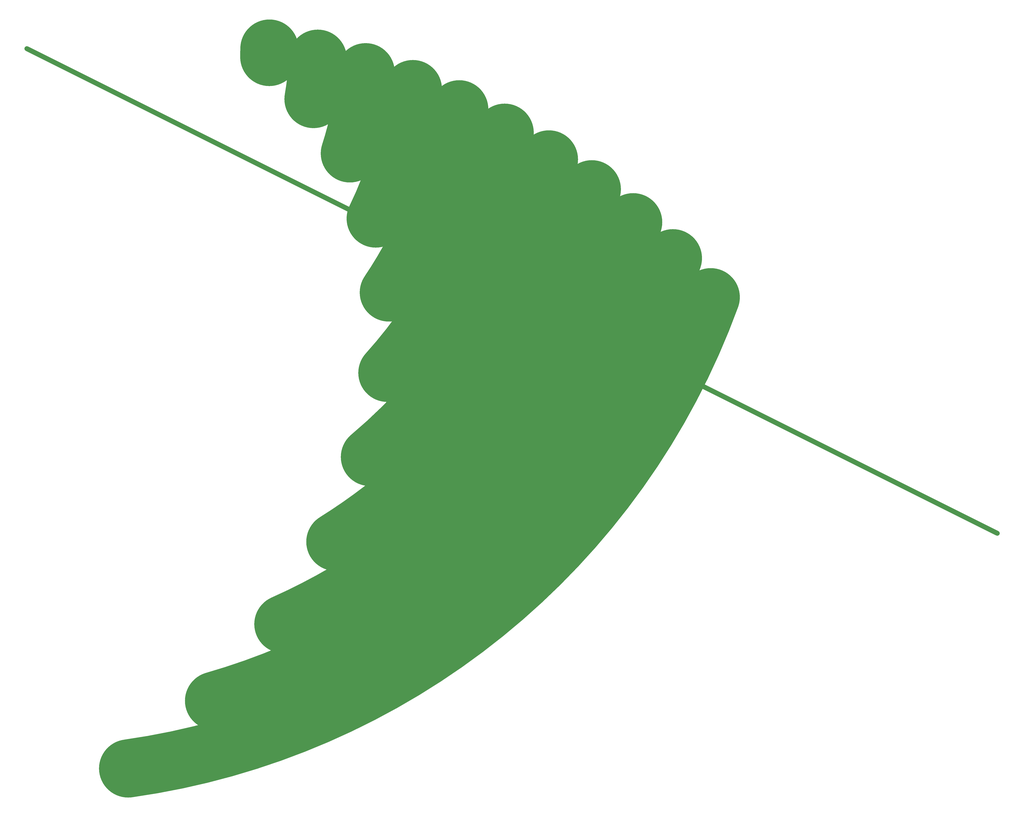
<source format=gbr>
G04 --*
%MOIN*%
%FSLAX33Y33*%
%ADD11C,1.2*%
%ADD12C,0.1*%
D11*
G75*
G01*
X5000Y0D02*
G02*
X4997Y-174I-5000J0D01*
G01*
X5996Y-209D02*
G02*
X5909Y-1042I-5996J209D01*
G01*
X6983Y-488D02*
G02*
X6657Y-2163I-6983J488D01*
G01*
X7956Y-836D02*
G02*
X7190Y-3507I-7956J836D01*
G01*
X8912Y-1253D02*
G02*
X7461Y-5033I-8912J1253D01*
G01*
X9848Y-1736D02*
G02*
X7431Y-6691I-9848J1736D01*
G01*
X10760Y-2287D02*
G02*
X7071Y-8426I-10760J2287D01*
G01*
X11644Y-2903D02*
G02*
X6359Y-10177I-11644J2903D01*
G01*
X12496Y-3583D02*
G02*
X5288Y-11876I-12496J3583D01*
G01*
X13315Y-4326D02*
G02*
X3859Y-13458I-13315J4326D01*
G01*
X14095Y-5130D02*
G02*
X2088Y-14854I-14095J5130D01*
D12*
G01*
X20000Y-10000D02*
X0Y0D01*
M02*
</source>
